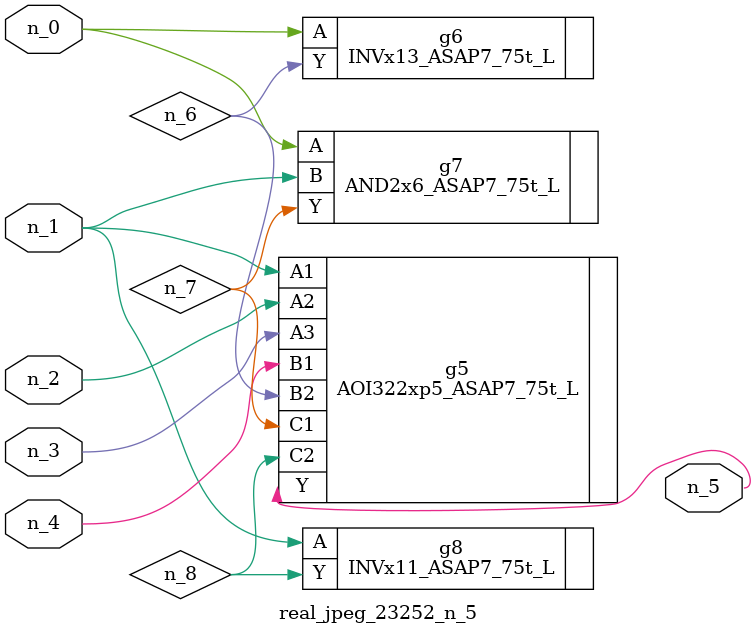
<source format=v>
module real_jpeg_23252_n_5 (n_4, n_0, n_1, n_2, n_3, n_5);

input n_4;
input n_0;
input n_1;
input n_2;
input n_3;

output n_5;

wire n_8;
wire n_6;
wire n_7;

INVx13_ASAP7_75t_L g6 ( 
.A(n_0),
.Y(n_6)
);

AND2x6_ASAP7_75t_L g7 ( 
.A(n_0),
.B(n_1),
.Y(n_7)
);

AOI322xp5_ASAP7_75t_L g5 ( 
.A1(n_1),
.A2(n_2),
.A3(n_3),
.B1(n_4),
.B2(n_6),
.C1(n_7),
.C2(n_8),
.Y(n_5)
);

INVx11_ASAP7_75t_L g8 ( 
.A(n_1),
.Y(n_8)
);


endmodule
</source>
